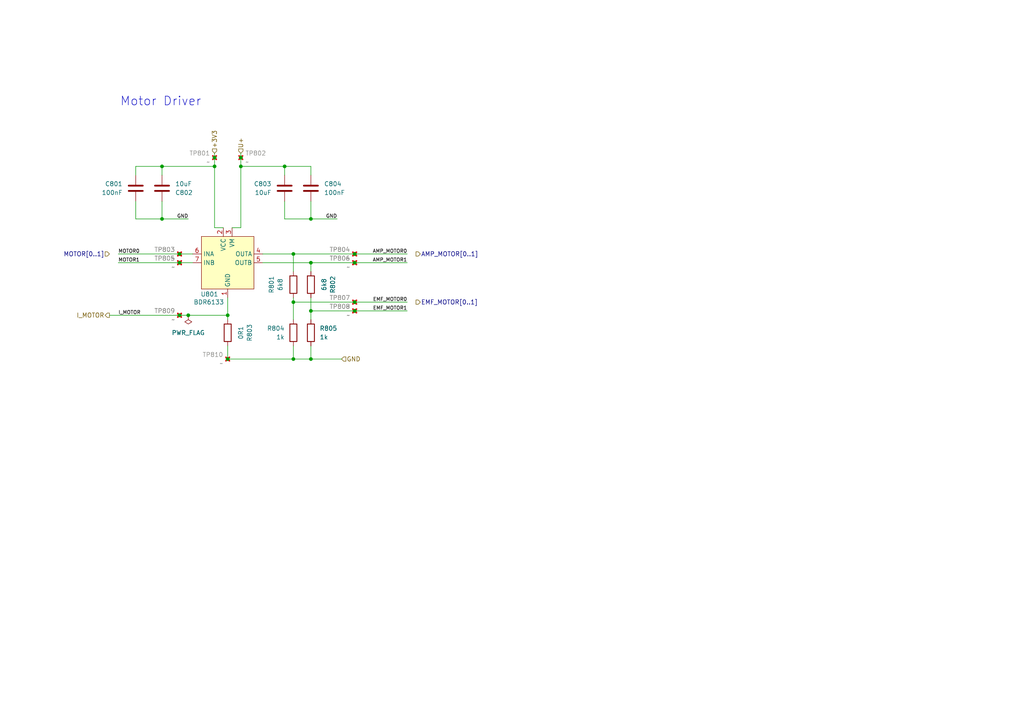
<source format=kicad_sch>
(kicad_sch (version 20231120) (generator "eeschema") (generator_version "8.0")
  (paper "A4")
  (title_block (title "xDuinoRail - RailcomDecoder - Development Kit \"Hermes\"") (date "2026-01-11") (rev "v1.0a") (company "Chatelain Engineering, Bern - CH"))
  (lib_symbols
    (symbol "BDR6133:BDR6133"
      (property "Reference" "U" (at -7.112 -10.922 0))
      (property "Value" "BDR6133" (at -3.302 -8.89 0))
      (symbol "BDR6133_0_0"
        (pin power_in line (at 0 -10.16 90) (length 2.54) (name "GND") (number "1"))
        (pin power_in line (at -1.27 10.16 270) (length 2.54) (name "VCC") (number "2"))
        (pin power_in line (at 1.27 10.16 270) (length 2.54) (name "VM") (number "3"))
        (pin output line (at 10.16 2.54 180) (length 2.54) (name "OUTA") (number "4"))
        (pin output line (at 10.16 0 180) (length 2.54) (name "OUTB") (number "5"))
        (pin input line (at -10.16 2.54 0) (length 2.54) (name "INA") (number "6"))
        (pin input line (at -10.16 0 0) (length 2.54) (name "INB") (number "7"))
      )
      (symbol "BDR6133_1_0"
        (pin no_connect line (at -10.16 -2.54 0) (length 2.54) hide (name "NC") (number "8"))
        (pin power_in line (at 0 -10.16 90) (length 2.54) hide (name "PGND") (number "9"))
      )
      (symbol "BDR6133_1_1"
        (rectangle (start -7.62 7.62) (end 7.62 -7.62) (fill (type background)))
      )
    )
    (symbol "Connector:TestPoint_Small" (pin_numbers hide) (pin_names (offset 0.762) hide)
      (property "Reference" "TP" (at 0 3.81 0))
      (property "Value" "TestPoint_Small" (at 0 2.032 0))
      (symbol "TestPoint_Small_0_1"
        (circle (center 0 0) (radius 0.508))
      )
      (symbol "TestPoint_Small_1_1"
        (pin passive line (at 0 0 90) (length 0) (name "1") (number "1"))
      )
    )
    (symbol "Device:C" (pin_numbers hide) (pin_names (offset 0.254))
      (property "Reference" "C" (at 0.635 2.54 0))
      (property "Value" "C" (at 0.635 -2.54 0))
      (symbol "C_0_1"
        (polyline (pts (xy -2.032 -0.762) (xy 2.032 -0.762)) (stroke (width 0.508)))
        (polyline (pts (xy -2.032 0.762) (xy 2.032 0.762)) (stroke (width 0.508)))
      )
      (symbol "C_1_1"
        (pin passive line (at 0 3.81 270) (length 2.794) (name "~") (number "1"))
        (pin passive line (at 0 -3.81 90) (length 2.794) (name "~") (number "2"))
      )
    )
    (symbol "Device:R" (pin_numbers hide) (pin_names (offset 0))
      (property "Reference" "R" (at 2.032 0 90))
      (property "Value" "R" (at 0 0 90))
      (symbol "R_0_1"
        (rectangle (start -1.016 -2.54) (end 1.016 2.54) (stroke (width 0.254)))
      )
      (symbol "R_1_1"
        (pin passive line (at 0 3.81 270) (length 1.27) (name "~") (number "1"))
        (pin passive line (at 0 -3.81 90) (length 1.27) (name "~") (number "2"))
      )
    )
    (symbol "power:PWR_FLAG" (power) (pin_numbers hide) (pin_names (offset 0) hide)
      (property "Value" "PWR_FLAG" (at 0 3.81 0))
      (symbol "PWR_FLAG_0_0"
        (pin power_out line (at 0 0 90) (length 0) (name "~") (number "1"))
      )
      (symbol "PWR_FLAG_0_1"
        (polyline (pts (xy 0 0) (xy 0 1.27) (xy -1.016 1.905) (xy 0 2.54) (xy 1.016 1.905) (xy 0 1.27)))
      )
    )
  )
  (junction (at 90.17 76.2))
  (junction (at 102.87 90.17))
  (junction (at 85.09 73.66))
  (junction (at 46.99 48.26))
  (junction (at 52.07 73.66))
  (junction (at 82.55 48.26))
  (junction (at 69.85 45.72))
  (junction (at 102.87 73.66))
  (junction (at 102.87 87.63))
  (junction (at 66.04 104.14))
  (junction (at 69.85 48.26))
  (junction (at 85.09 104.14))
  (junction (at 54.61 91.44))
  (junction (at 46.99 63.5))
  (junction (at 102.87 76.2))
  (junction (at 62.23 45.72))
  (junction (at 62.23 48.26))
  (junction (at 85.09 87.63))
  (junction (at 90.17 63.5))
  (junction (at 90.17 104.14))
  (junction (at 52.07 76.2))
  (junction (at 52.07 91.44))
  (junction (at 90.17 90.17))
  (junction (at 66.04 91.44))
  (wire (pts (xy 66.04 100.33) (xy 66.04 104.14)))
  (wire (pts (xy 46.99 63.5) (xy 54.61 63.5)))
  (wire (pts (xy 85.09 73.66) (xy 85.09 78.74)))
  (wire (pts (xy 39.37 63.5) (xy 46.99 63.5)))
  (wire (pts (xy 69.85 66.04) (xy 67.31 66.04)))
  (wire (pts (xy 62.23 48.26) (xy 46.99 48.26)))
  (wire (pts (xy 118.11 87.63) (xy 102.87 87.63)))
  (wire (pts (xy 69.85 48.26) (xy 69.85 66.04)))
  (wire (pts (xy 62.23 45.72) (xy 62.23 48.26)))
  (wire (pts (xy 90.17 58.42) (xy 90.17 63.5)))
  (wire (pts (xy 66.04 91.44) (xy 66.04 92.71)))
  (wire (pts (xy 66.04 104.14) (xy 85.09 104.14)))
  (wire (pts (xy 90.17 78.74) (xy 90.17 76.2)))
  (wire (pts (xy 82.55 58.42) (xy 82.55 63.5)))
  (wire (pts (xy 90.17 86.36) (xy 90.17 90.17)))
  (wire (pts (xy 39.37 58.42) (xy 39.37 63.5)))
  (wire (pts (xy 69.85 44.45) (xy 69.85 45.72)))
  (wire (pts (xy 46.99 58.42) (xy 46.99 63.5)))
  (wire (pts (xy 102.87 76.2) (xy 118.11 76.2)))
  (wire (pts (xy 90.17 104.14) (xy 85.09 104.14)))
  (wire (pts (xy 90.17 50.8) (xy 90.17 48.26)))
  (wire (pts (xy 76.2 73.66) (xy 85.09 73.66)))
  (wire (pts (xy 62.23 66.04) (xy 64.77 66.04)))
  (wire (pts (xy 90.17 104.14) (xy 90.17 100.33)))
  (wire (pts (xy 85.09 87.63) (xy 102.87 87.63)))
  (wire (pts (xy 76.2 76.2) (xy 90.17 76.2)))
  (wire (pts (xy 82.55 48.26) (xy 90.17 48.26)))
  (wire (pts (xy 85.09 73.66) (xy 102.87 73.66)))
  (wire (pts (xy 54.61 91.44) (xy 52.07 91.44)))
  (wire (pts (xy 66.04 86.36) (xy 66.04 91.44)))
  (wire (pts (xy 118.11 90.17) (xy 102.87 90.17)))
  (wire (pts (xy 34.29 73.66) (xy 52.07 73.66)))
  (wire (pts (xy 90.17 90.17) (xy 90.17 92.71)))
  (wire (pts (xy 85.09 100.33) (xy 85.09 104.14)))
  (wire (pts (xy 99.06 104.14) (xy 90.17 104.14)))
  (wire (pts (xy 82.55 63.5) (xy 90.17 63.5)))
  (wire (pts (xy 90.17 63.5) (xy 97.79 63.5)))
  (wire (pts (xy 85.09 86.36) (xy 85.09 87.63)))
  (wire (pts (xy 52.07 73.66) (xy 55.88 73.66)))
  (wire (pts (xy 62.23 48.26) (xy 62.23 66.04)))
  (wire (pts (xy 34.29 76.2) (xy 52.07 76.2)))
  (wire (pts (xy 31.75 91.44) (xy 52.07 91.44)))
  (wire (pts (xy 46.99 48.26) (xy 46.99 50.8)))
  (wire (pts (xy 90.17 90.17) (xy 102.87 90.17)))
  (wire (pts (xy 69.85 48.26) (xy 82.55 48.26)))
  (wire (pts (xy 102.87 73.66) (xy 118.11 73.66)))
  (wire (pts (xy 90.17 76.2) (xy 102.87 76.2)))
  (wire (pts (xy 82.55 48.26) (xy 82.55 50.8)))
  (wire (pts (xy 69.85 45.72) (xy 69.85 48.26)))
  (wire (pts (xy 39.37 48.26) (xy 46.99 48.26)))
  (wire (pts (xy 39.37 50.8) (xy 39.37 48.26)))
  (wire (pts (xy 54.61 91.44) (xy 66.04 91.44)))
  (wire (pts (xy 85.09 87.63) (xy 85.09 92.71)))
  (wire (pts (xy 62.23 44.45) (xy 62.23 45.72)))
  (wire (pts (xy 52.07 76.2) (xy 55.88 76.2)))
  (text "Motor Driver" (at 34.798 30.988 0) (effects (font (size 2.54 2.54)) (justify left bottom)))
  (label "EMF_MOTOR1" (at 118.11 90.17 180) (effects (font (size 1.016 1.016))))
  (label "AMP_MOTOR0" (at 118.11 73.66 180) (effects (font (size 1.016 1.016))))
  (label "AMP_MOTOR1" (at 118.11 76.2 180) (effects (font (size 1.016 1.016))))
  (label "MOTOR0" (at 34.29 73.66 0) (effects (font (size 1.016 1.016))))
  (label "EMF_MOTOR0" (at 118.11 87.63 180) (effects (font (size 1.016 1.016))))
  (label "GND" (at 97.79 63.5 180) (effects (font (size 1.016 1.016))))
  (label "I_MOTOR" (at 34.29 91.44 0) (effects (font (size 1.016 1.016))))
  (label "MOTOR1" (at 34.29 76.2 0) (effects (font (size 1.016 1.016))))
  (label "GND" (at 54.61 63.5 180) (effects (font (size 1.016 1.016))))
  (hierarchical_label "U+" (shape input) (at 69.85 44.45 90))
  (hierarchical_label "MOTOR[0..1]" (shape input) (at 31.75 73.66 180))
  (hierarchical_label "I_MOTOR" (shape output) (at 31.75 91.44 180))
  (hierarchical_label "AMP_MOTOR[0..1]" (shape output) (at 120.65 73.66 0))
  (hierarchical_label "GND" (shape input) (at 99.06 104.14 0))
  (hierarchical_label "+3V3" (shape input) (at 62.23 44.45 90))
  (hierarchical_label "EMF_MOTOR[0..1]" (shape output) (at 120.65 87.63 0))
  (symbol (lib_id "Connector:TestPoint_Small") (at 102.87 76.2 0) (mirror y) (unit 1) (in_bom no) (on_board no) (dnp yes)
    (property "Reference" "TP806" (at 101.6 74.9299 0) (effects (justify left)))
    (property "Value" "~" (at 101.6 77.4699 0) (effects (justify left)))
    (property "Footprint" "TestPoint:TestPoint_Pad_D1.0mm" (effects (hide yes)))
    (property "Description" "test point" (effects (hide yes)))
  )
  (symbol (lib_id "BDR6133:BDR6133") (at 66.04 76.2 0) (unit 1) (exclude_from_sim yes)
    (property "Reference" "U801" (at 58.166 85.344 0) (effects (justify left)))
    (property "Value" "BDR6133" (at 56.134 87.63 0) (effects (justify left)))
    (property "Footprint" "xDuinoRail:SOIC-8-1EP_3.9x4.9mm_P1.27mm_EP2.41x3.3mm_ThermalVias" (effects (hide yes)))
    (property "OLI_ID" "BDR6133_SOP-8" (effects (hide yes)))
  )
  (symbol (lib_id "Device:R") (at 66.04 96.52 180) (unit 1)
    (property "Reference" "R803" (at 72.39 96.52 90))
    (property "Value" "0R1" (at 69.85 96.52 90))
    (property "Footprint" "Resistor_SMD:R_1206_3216Metric_Pad1.30x1.75mm_HandSolder" (effects (hide yes)))
    (property "Description" "Resistor" (effects (hide yes)))
    (property "OLI_ID" "0R1_1206" (effects (hide yes)))
    (property "Sim.Device" "R" (effects (hide yes)))
    (property "Sim.Pins" "1=+ 2=-" (effects (hide yes)))
  )
  (symbol (lib_id "Device:R") (at 90.17 82.55 180) (unit 1)
    (property "Reference" "R802" (at 96.52 82.55 90))
    (property "Value" "6k8" (at 93.98 82.55 90))
    (property "Footprint" "Resistor_SMD:R_0603_1608Metric_Pad0.98x0.95mm_HandSolder" (effects (hide yes)))
    (property "Description" "Resistor" (effects (hide yes)))
    (property "OLI_ID" "6k8_0603" (effects (hide yes)))
    (property "Sim.Device" "R" (effects (hide yes)))
    (property "Sim.Pins" "1=+ 2=-" (effects (hide yes)))
  )
  (symbol (lib_id "Connector:TestPoint_Small") (at 52.07 91.44 0) (mirror y) (unit 1) (in_bom no) (on_board no) (dnp yes)
    (property "Reference" "TP809" (at 50.8 90.1699 0) (effects (justify left)))
    (property "Value" "~" (at 50.8 92.7099 0) (effects (justify left)))
    (property "Footprint" "TestPoint:TestPoint_Pad_D1.0mm" (effects (hide yes)))
    (property "Description" "test point" (effects (hide yes)))
  )
  (symbol (lib_id "power:PWR_FLAG") (at 54.61 91.44 180) (unit 1)
    (property "Reference" "#FLG801" (effects (hide yes)))
    (property "Value" "PWR_FLAG" (at 54.61 96.52 0))
    (property "Description" "Special symbol for telling ERC where power comes from" (effects (hide yes)))
  )
  (symbol (lib_id "Device:R") (at 85.09 82.55 0) (mirror x) (unit 1)
    (property "Reference" "R801" (at 78.74 82.55 90))
    (property "Value" "6k8" (at 81.28 82.55 90))
    (property "Footprint" "Resistor_SMD:R_0603_1608Metric_Pad0.98x0.95mm_HandSolder" (effects (hide yes)))
    (property "Description" "Resistor" (effects (hide yes)))
    (property "OLI_ID" "6k8_0603" (effects (hide yes)))
    (property "Sim.Device" "R" (effects (hide yes)))
    (property "Sim.Pins" "1=+ 2=-" (effects (hide yes)))
  )
  (symbol (lib_id "Connector:TestPoint_Small") (at 102.87 73.66 0) (mirror y) (unit 1) (in_bom no) (on_board no) (dnp yes)
    (property "Reference" "TP804" (at 101.6 72.3899 0) (effects (justify left)))
    (property "Value" "~" (at 101.6 74.9299 0) (effects (justify left)))
    (property "Footprint" "TestPoint:TestPoint_Pad_D1.0mm" (effects (hide yes)))
    (property "Description" "test point" (effects (hide yes)))
  )
  (symbol (lib_id "Connector:TestPoint_Small") (at 102.87 90.17 0) (mirror y) (unit 1) (in_bom no) (on_board no) (dnp yes)
    (property "Reference" "TP808" (at 101.6 88.8999 0) (effects (justify left)))
    (property "Value" "~" (at 101.6 91.4399 0) (effects (justify left)))
    (property "Footprint" "TestPoint:TestPoint_Pad_D1.0mm" (effects (hide yes)))
    (property "Description" "test point" (effects (hide yes)))
  )
  (symbol (lib_id "Connector:TestPoint_Small") (at 69.85 45.72 0) (unit 1) (in_bom no) (on_board no) (dnp yes)
    (property "Reference" "TP802" (at 71.12 44.4499 0) (effects (justify left)))
    (property "Value" "~" (at 71.12 46.9899 0) (effects (justify left)))
    (property "Footprint" "TestPoint:TestPoint_Pad_D1.0mm" (effects (hide yes)))
    (property "Description" "test point" (effects (hide yes)))
  )
  (symbol (lib_id "Device:C") (at 90.17 54.61 0) (unit 1)
    (property "Reference" "C804" (at 93.98 53.3399 0) (effects (justify left)))
    (property "Value" "100nF" (at 93.98 55.8799 0) (effects (justify left)))
    (property "Footprint" "Capacitor_SMD:C_0805_2012Metric_Pad1.18x1.45mm_HandSolder" (effects (hide yes)))
    (property "Description" "Unpolarized capacitor" (effects (hide yes)))
    (property "Sim.Device" "C" (effects (hide yes)))
    (property "Sim.Pins" "1=+ 2=-" (effects (hide yes)))
    (property "OLI_ID" "100nF_0805" (effects (hide yes)))
  )
  (symbol (lib_id "Connector:TestPoint_Small") (at 62.23 45.72 0) (mirror y) (unit 1) (in_bom no) (on_board no) (dnp yes)
    (property "Reference" "TP801" (at 60.96 44.4499 0) (effects (justify left)))
    (property "Value" "~" (at 60.96 46.9899 0) (effects (justify left)))
    (property "Footprint" "TestPoint:TestPoint_Pad_D1.0mm" (effects (hide yes)))
    (property "Description" "test point" (effects (hide yes)))
  )
  (symbol (lib_id "Device:R") (at 85.09 96.52 0) (mirror y) (unit 1)
    (property "Reference" "R804" (at 82.55 95.2499 0) (effects (justify left)))
    (property "Value" "1k" (at 82.55 97.7899 0) (effects (justify left)))
    (property "Footprint" "Resistor_SMD:R_0603_1608Metric_Pad0.98x0.95mm_HandSolder" (effects (hide yes)))
    (property "Description" "Resistor" (effects (hide yes)))
    (property "OLI_ID" "1k_0603" (effects (hide yes)))
    (property "Sim.Device" "R" (effects (hide yes)))
    (property "Sim.Pins" "1=+ 2=-" (effects (hide yes)))
  )
  (symbol (lib_id "Connector:TestPoint_Small") (at 52.07 73.66 0) (mirror y) (unit 1) (in_bom no) (on_board no) (dnp yes)
    (property "Reference" "TP803" (at 50.8 72.3899 0) (effects (justify left)))
    (property "Value" "~" (at 50.8 74.9299 0) (effects (justify left)))
    (property "Footprint" "TestPoint:TestPoint_Pad_D1.0mm" (effects (hide yes)))
    (property "Description" "test point" (effects (hide yes)))
  )
  (symbol (lib_id "Device:C") (at 82.55 54.61 0) (mirror y) (unit 1)
    (property "Reference" "C803" (at 78.74 53.3399 0) (effects (justify left)))
    (property "Value" "10uF" (at 78.74 55.8799 0) (effects (justify left)))
    (property "Footprint" "Capacitor_SMD:C_0805_2012Metric_Pad1.18x1.45mm_HandSolder" (effects (hide yes)))
    (property "Description" "Unpolarized capacitor" (effects (hide yes)))
    (property "Sim.Device" "C" (effects (hide yes)))
    (property "Sim.Pins" "1=+ 2=-" (effects (hide yes)))
    (property "OLI_ID" "10uF_0805" (effects (hide yes)))
  )
  (symbol (lib_id "Connector:TestPoint_Small") (at 102.87 87.63 0) (mirror y) (unit 1) (in_bom no) (on_board no) (dnp yes)
    (property "Reference" "TP807" (at 101.6 86.3599 0) (effects (justify left)))
    (property "Value" "~" (at 101.6 88.8999 0) (effects (justify left)))
    (property "Footprint" "TestPoint:TestPoint_Pad_D1.0mm" (effects (hide yes)))
    (property "Description" "test point" (effects (hide yes)))
  )
  (symbol (lib_id "Connector:TestPoint_Small") (at 66.04 104.14 0) (mirror y) (unit 1) (in_bom no) (on_board no) (dnp yes)
    (property "Reference" "TP810" (at 64.77 102.8699 0) (effects (justify left)))
    (property "Value" "~" (at 64.77 105.4099 0) (effects (justify left)))
    (property "Footprint" "TestPoint:TestPoint_Pad_D1.0mm" (effects (hide yes)))
    (property "Description" "test point" (effects (hide yes)))
  )
  (symbol (lib_id "Device:C") (at 39.37 54.61 0) (mirror y) (unit 1)
    (property "Reference" "C801" (at 35.56 53.3399 0) (effects (justify left)))
    (property "Value" "100nF" (at 35.56 55.8799 0) (effects (justify left)))
    (property "Footprint" "Capacitor_SMD:C_0805_2012Metric_Pad1.18x1.45mm_HandSolder" (effects (hide yes)))
    (property "Description" "Unpolarized capacitor" (effects (hide yes)))
    (property "Sim.Device" "C" (effects (hide yes)))
    (property "Sim.Pins" "1=+ 2=-" (effects (hide yes)))
    (property "OLI_ID" "100nF_0805" (effects (hide yes)))
  )
  (symbol (lib_id "Device:C") (at 46.99 54.61 0) (mirror x) (unit 1)
    (property "Reference" "C802" (at 50.8 55.8801 0) (effects (justify left)))
    (property "Value" "10uF" (at 50.8 53.3401 0) (effects (justify left)))
    (property "Footprint" "Capacitor_SMD:C_0805_2012Metric_Pad1.18x1.45mm_HandSolder" (effects (hide yes)))
    (property "Description" "Unpolarized capacitor" (effects (hide yes)))
    (property "Sim.Device" "C" (effects (hide yes)))
    (property "Sim.Pins" "1=+ 2=-" (effects (hide yes)))
    (property "OLI_ID" "10uF_0805" (effects (hide yes)))
  )
  (symbol (lib_id "Connector:TestPoint_Small") (at 52.07 76.2 0) (mirror y) (unit 1) (in_bom no) (on_board no) (dnp yes)
    (property "Reference" "TP805" (at 50.8 74.9299 0) (effects (justify left)))
    (property "Value" "~" (at 50.8 77.4699 0) (effects (justify left)))
    (property "Footprint" "TestPoint:TestPoint_Pad_D1.0mm" (effects (hide yes)))
    (property "Description" "test point" (effects (hide yes)))
  )
  (symbol (lib_id "Device:R") (at 90.17 96.52 0) (unit 1)
    (property "Reference" "R805" (at 92.71 95.2499 0) (effects (justify left)))
    (property "Value" "1k" (at 92.71 97.7899 0) (effects (justify left)))
    (property "Footprint" "Resistor_SMD:R_0603_1608Metric_Pad0.98x0.95mm_HandSolder" (effects (hide yes)))
    (property "Description" "Resistor" (effects (hide yes)))
    (property "OLI_ID" "1k_0603" (effects (hide yes)))
    (property "Sim.Device" "R" (effects (hide yes)))
    (property "Sim.Pins" "1=+ 2=-" (effects (hide yes)))
  )
)
</source>
